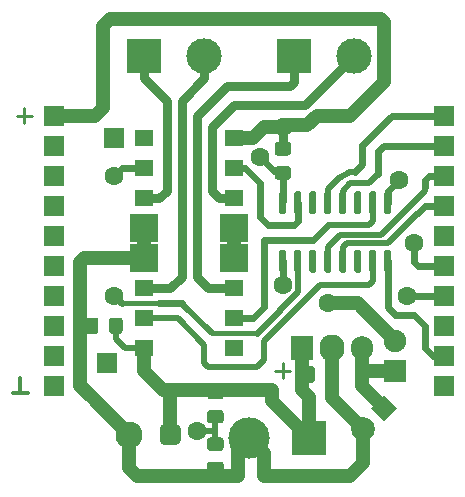
<source format=gbr>
G04 #@! TF.GenerationSoftware,KiCad,Pcbnew,(5.1.8)-1*
G04 #@! TF.CreationDate,2020-11-13T22:35:38+03:00*
G04 #@! TF.ProjectId,L293,4c323933-2e6b-4696-9361-645f70636258,rev?*
G04 #@! TF.SameCoordinates,Original*
G04 #@! TF.FileFunction,Copper,L2,Bot*
G04 #@! TF.FilePolarity,Positive*
%FSLAX46Y46*%
G04 Gerber Fmt 4.6, Leading zero omitted, Abs format (unit mm)*
G04 Created by KiCad (PCBNEW (5.1.8)-1) date 2020-11-13 22:35:38*
%MOMM*%
%LPD*%
G01*
G04 APERTURE LIST*
G04 #@! TA.AperFunction,ComponentPad*
%ADD10C,0.100000*%
G04 #@! TD*
G04 #@! TA.AperFunction,ComponentPad*
%ADD11C,2.000000*%
G04 #@! TD*
G04 #@! TA.AperFunction,ComponentPad*
%ADD12C,2.300000*%
G04 #@! TD*
G04 #@! TA.AperFunction,ComponentPad*
%ADD13R,1.700000X1.700000*%
G04 #@! TD*
G04 #@! TA.AperFunction,ComponentPad*
%ADD14R,3.000000X3.000000*%
G04 #@! TD*
G04 #@! TA.AperFunction,ComponentPad*
%ADD15C,3.500000*%
G04 #@! TD*
G04 #@! TA.AperFunction,ComponentPad*
%ADD16C,3.000000*%
G04 #@! TD*
G04 #@! TA.AperFunction,ComponentPad*
%ADD17R,1.600000X1.400000*%
G04 #@! TD*
G04 #@! TA.AperFunction,ComponentPad*
%ADD18R,2.400000X2.400000*%
G04 #@! TD*
G04 #@! TA.AperFunction,ComponentPad*
%ADD19R,1.900000X1.900000*%
G04 #@! TD*
G04 #@! TA.AperFunction,ComponentPad*
%ADD20O,1.900000X1.900000*%
G04 #@! TD*
G04 #@! TA.AperFunction,ComponentPad*
%ADD21R,1.905000X2.000000*%
G04 #@! TD*
G04 #@! TA.AperFunction,ComponentPad*
%ADD22O,2.100000X2.300000*%
G04 #@! TD*
G04 #@! TA.AperFunction,ComponentPad*
%ADD23O,1.905000X2.000000*%
G04 #@! TD*
G04 #@! TA.AperFunction,ViaPad*
%ADD24C,1.600000*%
G04 #@! TD*
G04 #@! TA.AperFunction,Conductor*
%ADD25C,0.250000*%
G04 #@! TD*
G04 #@! TA.AperFunction,Conductor*
%ADD26C,0.300000*%
G04 #@! TD*
G04 #@! TA.AperFunction,Conductor*
%ADD27C,1.200000*%
G04 #@! TD*
G04 #@! TA.AperFunction,Conductor*
%ADD28C,0.600000*%
G04 #@! TD*
G04 #@! TA.AperFunction,Conductor*
%ADD29C,0.800000*%
G04 #@! TD*
G04 #@! TA.AperFunction,Conductor*
%ADD30C,0.500000*%
G04 #@! TD*
G04 #@! TA.AperFunction,Conductor*
%ADD31C,0.400000*%
G04 #@! TD*
G04 APERTURE END LIST*
G04 #@! TA.AperFunction,ComponentPad*
D10*
G36*
X120650000Y-60463629D02*
G01*
X121781371Y-61595000D01*
X120650000Y-62726371D01*
X119518629Y-61595000D01*
X120650000Y-60463629D01*
G37*
G04 #@! TD.AperFunction*
D11*
X118882233Y-63362767D03*
D12*
X99052500Y-63817500D03*
G04 #@! TA.AperFunction,ComponentPad*
G36*
G01*
X103452500Y-63367500D02*
X103452500Y-64267500D01*
G75*
G02*
X103002500Y-64717500I-450000J0D01*
G01*
X102102500Y-64717500D01*
G75*
G02*
X101652500Y-64267500I0J450000D01*
G01*
X101652500Y-63367500D01*
G75*
G02*
X102102500Y-62917500I450000J0D01*
G01*
X103002500Y-62917500D01*
G75*
G02*
X103452500Y-63367500I0J-450000D01*
G01*
G37*
G04 #@! TD.AperFunction*
D13*
X125730000Y-59690000D03*
X125730000Y-57150000D03*
X125730000Y-54610000D03*
X125730000Y-52070000D03*
X125730000Y-49530000D03*
X125730000Y-46990000D03*
X125730000Y-44450000D03*
X125730000Y-41910000D03*
X125730000Y-39370000D03*
X125730000Y-36830000D03*
X92710000Y-39370000D03*
X92710000Y-41910000D03*
X92710000Y-44450000D03*
X92710000Y-46990000D03*
X92710000Y-49530000D03*
X92710000Y-52070000D03*
X92710000Y-54610000D03*
X92710000Y-57150000D03*
X92710000Y-36830000D03*
X92710000Y-59690000D03*
G04 #@! TA.AperFunction,SMDPad,CuDef*
G36*
G01*
X97360000Y-55060001D02*
X97360000Y-54159999D01*
G75*
G02*
X97609999Y-53910000I249999J0D01*
G01*
X98260001Y-53910000D01*
G75*
G02*
X98510000Y-54159999I0J-249999D01*
G01*
X98510000Y-55060001D01*
G75*
G02*
X98260001Y-55310000I-249999J0D01*
G01*
X97609999Y-55310000D01*
G75*
G02*
X97360000Y-55060001I0J249999D01*
G01*
G37*
G04 #@! TD.AperFunction*
G04 #@! TA.AperFunction,SMDPad,CuDef*
G36*
G01*
X95310000Y-55060001D02*
X95310000Y-54159999D01*
G75*
G02*
X95559999Y-53910000I249999J0D01*
G01*
X96210001Y-53910000D01*
G75*
G02*
X96460000Y-54159999I0J-249999D01*
G01*
X96460000Y-55060001D01*
G75*
G02*
X96210001Y-55310000I-249999J0D01*
G01*
X95559999Y-55310000D01*
G75*
G02*
X95310000Y-55060001I0J249999D01*
G01*
G37*
G04 #@! TD.AperFunction*
D14*
X114300000Y-64135000D03*
D15*
X109220000Y-64135000D03*
D16*
X105410000Y-31750000D03*
D14*
X100330000Y-31750000D03*
X113030000Y-31750000D03*
D16*
X118110000Y-31750000D03*
D17*
X100330000Y-38735000D03*
X107950000Y-56515000D03*
X100330000Y-41275000D03*
X107950000Y-53975000D03*
X100330000Y-43815000D03*
X107950000Y-51435000D03*
D18*
X100330000Y-46355000D03*
X107950000Y-48895000D03*
X100330000Y-48895000D03*
X107950000Y-46355000D03*
D17*
X100330000Y-51435000D03*
X107950000Y-43815000D03*
X100330000Y-53975000D03*
X107950000Y-41275000D03*
X100330000Y-56515000D03*
X107950000Y-38735000D03*
G04 #@! TA.AperFunction,SMDPad,CuDef*
G36*
G01*
X113652500Y-59187501D02*
X113652500Y-58287499D01*
G75*
G02*
X113902499Y-58037500I249999J0D01*
G01*
X114552501Y-58037500D01*
G75*
G02*
X114802500Y-58287499I0J-249999D01*
G01*
X114802500Y-59187501D01*
G75*
G02*
X114552501Y-59437500I-249999J0D01*
G01*
X113902499Y-59437500D01*
G75*
G02*
X113652500Y-59187501I0J249999D01*
G01*
G37*
G04 #@! TD.AperFunction*
G04 #@! TA.AperFunction,SMDPad,CuDef*
G36*
G01*
X115702500Y-59187501D02*
X115702500Y-58287499D01*
G75*
G02*
X115952499Y-58037500I249999J0D01*
G01*
X116602501Y-58037500D01*
G75*
G02*
X116852500Y-58287499I0J-249999D01*
G01*
X116852500Y-59187501D01*
G75*
G02*
X116602501Y-59437500I-249999J0D01*
G01*
X115952499Y-59437500D01*
G75*
G02*
X115702500Y-59187501I0J249999D01*
G01*
G37*
G04 #@! TD.AperFunction*
D19*
X121602500Y-58420000D03*
D20*
X121602500Y-55880000D03*
D21*
X113665000Y-56515000D03*
D22*
X116205000Y-56515000D03*
D23*
X118745000Y-56515000D03*
G04 #@! TA.AperFunction,SMDPad,CuDef*
G36*
G01*
X111627499Y-39040000D02*
X112527501Y-39040000D01*
G75*
G02*
X112777500Y-39289999I0J-249999D01*
G01*
X112777500Y-39940001D01*
G75*
G02*
X112527501Y-40190000I-249999J0D01*
G01*
X111627499Y-40190000D01*
G75*
G02*
X111377500Y-39940001I0J249999D01*
G01*
X111377500Y-39289999D01*
G75*
G02*
X111627499Y-39040000I249999J0D01*
G01*
G37*
G04 #@! TD.AperFunction*
G04 #@! TA.AperFunction,SMDPad,CuDef*
G36*
G01*
X111627499Y-41090000D02*
X112527501Y-41090000D01*
G75*
G02*
X112777500Y-41339999I0J-249999D01*
G01*
X112777500Y-41990001D01*
G75*
G02*
X112527501Y-42240000I-249999J0D01*
G01*
X111627499Y-42240000D01*
G75*
G02*
X111377500Y-41990001I0J249999D01*
G01*
X111377500Y-41339999D01*
G75*
G02*
X111627499Y-41090000I249999J0D01*
G01*
G37*
G04 #@! TD.AperFunction*
G04 #@! TA.AperFunction,SMDPad,CuDef*
G36*
G01*
X111927500Y-43222500D02*
X112227500Y-43222500D01*
G75*
G02*
X112377500Y-43372500I0J-150000D01*
G01*
X112377500Y-45022500D01*
G75*
G02*
X112227500Y-45172500I-150000J0D01*
G01*
X111927500Y-45172500D01*
G75*
G02*
X111777500Y-45022500I0J150000D01*
G01*
X111777500Y-43372500D01*
G75*
G02*
X111927500Y-43222500I150000J0D01*
G01*
G37*
G04 #@! TD.AperFunction*
G04 #@! TA.AperFunction,SMDPad,CuDef*
G36*
G01*
X113197500Y-43222500D02*
X113497500Y-43222500D01*
G75*
G02*
X113647500Y-43372500I0J-150000D01*
G01*
X113647500Y-45022500D01*
G75*
G02*
X113497500Y-45172500I-150000J0D01*
G01*
X113197500Y-45172500D01*
G75*
G02*
X113047500Y-45022500I0J150000D01*
G01*
X113047500Y-43372500D01*
G75*
G02*
X113197500Y-43222500I150000J0D01*
G01*
G37*
G04 #@! TD.AperFunction*
G04 #@! TA.AperFunction,SMDPad,CuDef*
G36*
G01*
X114467500Y-43222500D02*
X114767500Y-43222500D01*
G75*
G02*
X114917500Y-43372500I0J-150000D01*
G01*
X114917500Y-45022500D01*
G75*
G02*
X114767500Y-45172500I-150000J0D01*
G01*
X114467500Y-45172500D01*
G75*
G02*
X114317500Y-45022500I0J150000D01*
G01*
X114317500Y-43372500D01*
G75*
G02*
X114467500Y-43222500I150000J0D01*
G01*
G37*
G04 #@! TD.AperFunction*
G04 #@! TA.AperFunction,SMDPad,CuDef*
G36*
G01*
X115737500Y-43222500D02*
X116037500Y-43222500D01*
G75*
G02*
X116187500Y-43372500I0J-150000D01*
G01*
X116187500Y-45022500D01*
G75*
G02*
X116037500Y-45172500I-150000J0D01*
G01*
X115737500Y-45172500D01*
G75*
G02*
X115587500Y-45022500I0J150000D01*
G01*
X115587500Y-43372500D01*
G75*
G02*
X115737500Y-43222500I150000J0D01*
G01*
G37*
G04 #@! TD.AperFunction*
G04 #@! TA.AperFunction,SMDPad,CuDef*
G36*
G01*
X117007500Y-43222500D02*
X117307500Y-43222500D01*
G75*
G02*
X117457500Y-43372500I0J-150000D01*
G01*
X117457500Y-45022500D01*
G75*
G02*
X117307500Y-45172500I-150000J0D01*
G01*
X117007500Y-45172500D01*
G75*
G02*
X116857500Y-45022500I0J150000D01*
G01*
X116857500Y-43372500D01*
G75*
G02*
X117007500Y-43222500I150000J0D01*
G01*
G37*
G04 #@! TD.AperFunction*
G04 #@! TA.AperFunction,SMDPad,CuDef*
G36*
G01*
X118277500Y-43222500D02*
X118577500Y-43222500D01*
G75*
G02*
X118727500Y-43372500I0J-150000D01*
G01*
X118727500Y-45022500D01*
G75*
G02*
X118577500Y-45172500I-150000J0D01*
G01*
X118277500Y-45172500D01*
G75*
G02*
X118127500Y-45022500I0J150000D01*
G01*
X118127500Y-43372500D01*
G75*
G02*
X118277500Y-43222500I150000J0D01*
G01*
G37*
G04 #@! TD.AperFunction*
G04 #@! TA.AperFunction,SMDPad,CuDef*
G36*
G01*
X119547500Y-43222500D02*
X119847500Y-43222500D01*
G75*
G02*
X119997500Y-43372500I0J-150000D01*
G01*
X119997500Y-45022500D01*
G75*
G02*
X119847500Y-45172500I-150000J0D01*
G01*
X119547500Y-45172500D01*
G75*
G02*
X119397500Y-45022500I0J150000D01*
G01*
X119397500Y-43372500D01*
G75*
G02*
X119547500Y-43222500I150000J0D01*
G01*
G37*
G04 #@! TD.AperFunction*
G04 #@! TA.AperFunction,SMDPad,CuDef*
G36*
G01*
X120817500Y-43222500D02*
X121117500Y-43222500D01*
G75*
G02*
X121267500Y-43372500I0J-150000D01*
G01*
X121267500Y-45022500D01*
G75*
G02*
X121117500Y-45172500I-150000J0D01*
G01*
X120817500Y-45172500D01*
G75*
G02*
X120667500Y-45022500I0J150000D01*
G01*
X120667500Y-43372500D01*
G75*
G02*
X120817500Y-43222500I150000J0D01*
G01*
G37*
G04 #@! TD.AperFunction*
G04 #@! TA.AperFunction,SMDPad,CuDef*
G36*
G01*
X120817500Y-48172500D02*
X121117500Y-48172500D01*
G75*
G02*
X121267500Y-48322500I0J-150000D01*
G01*
X121267500Y-49972500D01*
G75*
G02*
X121117500Y-50122500I-150000J0D01*
G01*
X120817500Y-50122500D01*
G75*
G02*
X120667500Y-49972500I0J150000D01*
G01*
X120667500Y-48322500D01*
G75*
G02*
X120817500Y-48172500I150000J0D01*
G01*
G37*
G04 #@! TD.AperFunction*
G04 #@! TA.AperFunction,SMDPad,CuDef*
G36*
G01*
X119547500Y-48172500D02*
X119847500Y-48172500D01*
G75*
G02*
X119997500Y-48322500I0J-150000D01*
G01*
X119997500Y-49972500D01*
G75*
G02*
X119847500Y-50122500I-150000J0D01*
G01*
X119547500Y-50122500D01*
G75*
G02*
X119397500Y-49972500I0J150000D01*
G01*
X119397500Y-48322500D01*
G75*
G02*
X119547500Y-48172500I150000J0D01*
G01*
G37*
G04 #@! TD.AperFunction*
G04 #@! TA.AperFunction,SMDPad,CuDef*
G36*
G01*
X118277500Y-48172500D02*
X118577500Y-48172500D01*
G75*
G02*
X118727500Y-48322500I0J-150000D01*
G01*
X118727500Y-49972500D01*
G75*
G02*
X118577500Y-50122500I-150000J0D01*
G01*
X118277500Y-50122500D01*
G75*
G02*
X118127500Y-49972500I0J150000D01*
G01*
X118127500Y-48322500D01*
G75*
G02*
X118277500Y-48172500I150000J0D01*
G01*
G37*
G04 #@! TD.AperFunction*
G04 #@! TA.AperFunction,SMDPad,CuDef*
G36*
G01*
X117007500Y-48172500D02*
X117307500Y-48172500D01*
G75*
G02*
X117457500Y-48322500I0J-150000D01*
G01*
X117457500Y-49972500D01*
G75*
G02*
X117307500Y-50122500I-150000J0D01*
G01*
X117007500Y-50122500D01*
G75*
G02*
X116857500Y-49972500I0J150000D01*
G01*
X116857500Y-48322500D01*
G75*
G02*
X117007500Y-48172500I150000J0D01*
G01*
G37*
G04 #@! TD.AperFunction*
G04 #@! TA.AperFunction,SMDPad,CuDef*
G36*
G01*
X115737500Y-48172500D02*
X116037500Y-48172500D01*
G75*
G02*
X116187500Y-48322500I0J-150000D01*
G01*
X116187500Y-49972500D01*
G75*
G02*
X116037500Y-50122500I-150000J0D01*
G01*
X115737500Y-50122500D01*
G75*
G02*
X115587500Y-49972500I0J150000D01*
G01*
X115587500Y-48322500D01*
G75*
G02*
X115737500Y-48172500I150000J0D01*
G01*
G37*
G04 #@! TD.AperFunction*
G04 #@! TA.AperFunction,SMDPad,CuDef*
G36*
G01*
X114467500Y-48172500D02*
X114767500Y-48172500D01*
G75*
G02*
X114917500Y-48322500I0J-150000D01*
G01*
X114917500Y-49972500D01*
G75*
G02*
X114767500Y-50122500I-150000J0D01*
G01*
X114467500Y-50122500D01*
G75*
G02*
X114317500Y-49972500I0J150000D01*
G01*
X114317500Y-48322500D01*
G75*
G02*
X114467500Y-48172500I150000J0D01*
G01*
G37*
G04 #@! TD.AperFunction*
G04 #@! TA.AperFunction,SMDPad,CuDef*
G36*
G01*
X113197500Y-48172500D02*
X113497500Y-48172500D01*
G75*
G02*
X113647500Y-48322500I0J-150000D01*
G01*
X113647500Y-49972500D01*
G75*
G02*
X113497500Y-50122500I-150000J0D01*
G01*
X113197500Y-50122500D01*
G75*
G02*
X113047500Y-49972500I0J150000D01*
G01*
X113047500Y-48322500D01*
G75*
G02*
X113197500Y-48172500I150000J0D01*
G01*
G37*
G04 #@! TD.AperFunction*
G04 #@! TA.AperFunction,SMDPad,CuDef*
G36*
G01*
X111927500Y-48172500D02*
X112227500Y-48172500D01*
G75*
G02*
X112377500Y-48322500I0J-150000D01*
G01*
X112377500Y-49972500D01*
G75*
G02*
X112227500Y-50122500I-150000J0D01*
G01*
X111927500Y-50122500D01*
G75*
G02*
X111777500Y-49972500I0J150000D01*
G01*
X111777500Y-48322500D01*
G75*
G02*
X111927500Y-48172500I150000J0D01*
G01*
G37*
G04 #@! TD.AperFunction*
D13*
X97790000Y-38735000D03*
X97155000Y-57785000D03*
G04 #@! TA.AperFunction,SMDPad,CuDef*
G36*
G01*
X106812501Y-67250000D02*
X105912499Y-67250000D01*
G75*
G02*
X105662500Y-67000001I0J249999D01*
G01*
X105662500Y-66349999D01*
G75*
G02*
X105912499Y-66100000I249999J0D01*
G01*
X106812501Y-66100000D01*
G75*
G02*
X107062500Y-66349999I0J-249999D01*
G01*
X107062500Y-67000001D01*
G75*
G02*
X106812501Y-67250000I-249999J0D01*
G01*
G37*
G04 #@! TD.AperFunction*
G04 #@! TA.AperFunction,SMDPad,CuDef*
G36*
G01*
X106812501Y-65200000D02*
X105912499Y-65200000D01*
G75*
G02*
X105662500Y-64950001I0J249999D01*
G01*
X105662500Y-64299999D01*
G75*
G02*
X105912499Y-64050000I249999J0D01*
G01*
X106812501Y-64050000D01*
G75*
G02*
X107062500Y-64299999I0J-249999D01*
G01*
X107062500Y-64950001D01*
G75*
G02*
X106812501Y-65200000I-249999J0D01*
G01*
G37*
G04 #@! TD.AperFunction*
G04 #@! TA.AperFunction,SMDPad,CuDef*
G36*
G01*
X105912499Y-61727500D02*
X106812501Y-61727500D01*
G75*
G02*
X107062500Y-61977499I0J-249999D01*
G01*
X107062500Y-62627501D01*
G75*
G02*
X106812501Y-62877500I-249999J0D01*
G01*
X105912499Y-62877500D01*
G75*
G02*
X105662500Y-62627501I0J249999D01*
G01*
X105662500Y-61977499D01*
G75*
G02*
X105912499Y-61727500I249999J0D01*
G01*
G37*
G04 #@! TD.AperFunction*
G04 #@! TA.AperFunction,SMDPad,CuDef*
G36*
G01*
X105912499Y-59677500D02*
X106812501Y-59677500D01*
G75*
G02*
X107062500Y-59927499I0J-249999D01*
G01*
X107062500Y-60577501D01*
G75*
G02*
X106812501Y-60827500I-249999J0D01*
G01*
X105912499Y-60827500D01*
G75*
G02*
X105662500Y-60577501I0J249999D01*
G01*
X105662500Y-59927499D01*
G75*
G02*
X105912499Y-59677500I249999J0D01*
G01*
G37*
G04 #@! TD.AperFunction*
D24*
X112077500Y-51117500D03*
X115887500Y-52705000D03*
X112077500Y-37782500D03*
X121920000Y-42227500D03*
X123190000Y-47625000D03*
X122555000Y-52070000D03*
X97790000Y-41910000D03*
X97790000Y-52070000D03*
X104775000Y-63500000D03*
X110172500Y-40322500D03*
D25*
X112077500Y-59055000D02*
X112077500Y-57785000D01*
X111442500Y-58420000D02*
X112712500Y-58420000D01*
X90170000Y-37465000D02*
X90170000Y-36195000D01*
X89535000Y-36830000D02*
X90805000Y-36830000D01*
D26*
X90487500Y-60325000D02*
X89217500Y-60325000D01*
X89852500Y-59055000D02*
X89852500Y-60325000D01*
D27*
X96202500Y-36830000D02*
X96837500Y-36195000D01*
X92710000Y-36830000D02*
X96202500Y-36830000D01*
X117792500Y-36830000D02*
X114935000Y-36830000D01*
X120650000Y-33972500D02*
X117792500Y-36830000D01*
X120650000Y-28892500D02*
X120650000Y-33972500D01*
X120372510Y-28615010D02*
X120650000Y-28892500D01*
X96837500Y-29210000D02*
X97432490Y-28615010D01*
X97432490Y-28615010D02*
X120372510Y-28615010D01*
X96837500Y-36195000D02*
X96837500Y-29210000D01*
D28*
X112077500Y-49147500D02*
X112077500Y-51117500D01*
X112077500Y-51117500D02*
X112077500Y-51117500D01*
D27*
X121602500Y-55880000D02*
X118427500Y-52705000D01*
X118427500Y-52705000D02*
X115887500Y-52705000D01*
D29*
X112236250Y-37623750D02*
X112077500Y-37782500D01*
D27*
X114141250Y-37623750D02*
X112236250Y-37623750D01*
X114935000Y-36830000D02*
X114141250Y-37623750D01*
X112077500Y-37782500D02*
X110490000Y-37782500D01*
X110490000Y-37782500D02*
X109537500Y-38735000D01*
X109537500Y-38735000D02*
X107950000Y-38735000D01*
D29*
X112077500Y-39615000D02*
X112077500Y-37782500D01*
D27*
X100330000Y-46355000D02*
X100330000Y-48895000D01*
X107950000Y-46355000D02*
X107950000Y-48895000D01*
D29*
X116277500Y-55952500D02*
X116205000Y-55880000D01*
D27*
X116277500Y-56587500D02*
X116205000Y-56515000D01*
X116277500Y-58737500D02*
X116277500Y-56587500D01*
X118882233Y-66220267D02*
X118882233Y-63362767D01*
X117792500Y-67310000D02*
X118882233Y-66220267D01*
X116277500Y-60758034D02*
X118882233Y-63362767D01*
X116277500Y-58737500D02*
X116277500Y-60758034D01*
D28*
X120967500Y-44197500D02*
X120967500Y-43180000D01*
X120967500Y-43180000D02*
X121920000Y-42227500D01*
X121920000Y-42227500D02*
X121920000Y-42227500D01*
D27*
X95885000Y-60650000D02*
X98735000Y-63500000D01*
X99060000Y-66675000D02*
X99060000Y-63825000D01*
X94932500Y-49212500D02*
X94932500Y-59690000D01*
X95250000Y-48895000D02*
X94932500Y-49212500D01*
X100330000Y-48895000D02*
X95250000Y-48895000D01*
X95885000Y-60642500D02*
X94932500Y-59690000D01*
D30*
X95885000Y-54610000D02*
X94932500Y-54610000D01*
X106362500Y-66675000D02*
X106362500Y-67310000D01*
D27*
X109220000Y-64135000D02*
X108267500Y-65087500D01*
X108267500Y-65087500D02*
X108267500Y-67310000D01*
X108267500Y-67310000D02*
X99702500Y-67310000D01*
X109220000Y-64135000D02*
X110490000Y-65405000D01*
X110490000Y-65405000D02*
X110490000Y-67310000D01*
X110490000Y-67310000D02*
X117792500Y-67310000D01*
X99067500Y-66675000D02*
X99702500Y-67310000D01*
X99060000Y-66675000D02*
X99067500Y-66675000D01*
D29*
X113665000Y-58737500D02*
X114300000Y-58737500D01*
D27*
X113665000Y-56515000D02*
X113665000Y-60007500D01*
X114300000Y-60642500D02*
X114300000Y-64135000D01*
X113665000Y-60007500D02*
X114300000Y-60642500D01*
X102552500Y-63500000D02*
X102552500Y-60007500D01*
D30*
X97935000Y-55707500D02*
X97935000Y-54610000D01*
X98742500Y-56515000D02*
X97935000Y-55707500D01*
X100330000Y-56515000D02*
X98742500Y-56515000D01*
D27*
X100330000Y-58420000D02*
X101917500Y-60007500D01*
X100330000Y-56515000D02*
X100330000Y-58420000D01*
X111125000Y-60960000D02*
X114300000Y-64135000D01*
X111125000Y-60007500D02*
X111125000Y-60960000D01*
X101917500Y-60007500D02*
X111125000Y-60007500D01*
D29*
X103505000Y-50482500D02*
X103505000Y-35560000D01*
X103505000Y-35560000D02*
X105410000Y-33655000D01*
X105410000Y-33655000D02*
X105410000Y-31750000D01*
X103505000Y-50482500D02*
X102552500Y-51435000D01*
X102552500Y-51435000D02*
X100330000Y-51435000D01*
X100330000Y-43815000D02*
X101600000Y-43815000D01*
X101600000Y-43815000D02*
X102235000Y-43180000D01*
X102235000Y-43180000D02*
X102235000Y-35560000D01*
X102235000Y-35560000D02*
X100330000Y-33655000D01*
X100330000Y-33655000D02*
X100330000Y-31750000D01*
X113030000Y-33972500D02*
X113030000Y-33020000D01*
X105727500Y-51435000D02*
X104775000Y-50482500D01*
X107950000Y-51435000D02*
X105727500Y-51435000D01*
X104775000Y-50482500D02*
X104775000Y-36830000D01*
X104775000Y-36830000D02*
X107315000Y-34290000D01*
X107315000Y-34290000D02*
X112712500Y-34290000D01*
X112712500Y-34290000D02*
X113030000Y-33972500D01*
X106045000Y-43180000D02*
X106680000Y-43815000D01*
X106045000Y-37782500D02*
X106045000Y-43180000D01*
X107950000Y-35877500D02*
X106045000Y-37782500D01*
X106680000Y-43815000D02*
X107950000Y-43815000D01*
X113982500Y-35877500D02*
X107950000Y-35877500D01*
X118110000Y-31750000D02*
X113982500Y-35877500D01*
D27*
X118745000Y-59690000D02*
X120650000Y-61595000D01*
X118745000Y-56515000D02*
X118745000Y-59690000D01*
X121602500Y-58420000D02*
X118745000Y-58420000D01*
D28*
X123507500Y-49530000D02*
X125730000Y-49530000D01*
X123190000Y-49212500D02*
X123507500Y-49530000D01*
X123190000Y-47625000D02*
X123190000Y-49212500D01*
X122872500Y-52070000D02*
X122872500Y-52070000D01*
X125730000Y-52070000D02*
X122555000Y-52070000D01*
X124142500Y-42227500D02*
X124460000Y-41910000D01*
X125730000Y-41910000D02*
X124460000Y-41910000D01*
X124142500Y-42862500D02*
X124142500Y-42227500D01*
D30*
X124142500Y-43180000D02*
X124142500Y-42862500D01*
X116905010Y-46924990D02*
X120397510Y-46924990D01*
X120397510Y-46924990D02*
X124142500Y-43180000D01*
X115887500Y-47942500D02*
X116905010Y-46924990D01*
X115887500Y-49147500D02*
X115887500Y-47942500D01*
D28*
X124142500Y-44450000D02*
X125730000Y-44450000D01*
X123507500Y-45085000D02*
X124142500Y-44450000D01*
D30*
X117157500Y-49147500D02*
X117157500Y-47942500D01*
X117157500Y-47942500D02*
X117475000Y-47625000D01*
X117475000Y-47625000D02*
X120967500Y-47625000D01*
X120967500Y-47625000D02*
X121920000Y-46672500D01*
X121920000Y-46672500D02*
X123507500Y-45085000D01*
X117157500Y-44197500D02*
X117157500Y-43180000D01*
X117157500Y-43180000D02*
X117792500Y-42545000D01*
X117792500Y-42545000D02*
X119380000Y-42545000D01*
D28*
X125730000Y-39370000D02*
X122555000Y-39370000D01*
X120173750Y-41751250D02*
X120173750Y-39846250D01*
D30*
X119380000Y-42545000D02*
X120173750Y-41751250D01*
D28*
X120650000Y-39370000D02*
X122555000Y-39370000D01*
X120173750Y-39846250D02*
X120650000Y-39370000D01*
D30*
X115887500Y-44197500D02*
X115887500Y-43007501D01*
X115887500Y-43007501D02*
X116840000Y-42055001D01*
X116840000Y-42055001D02*
X117758001Y-41558001D01*
D28*
X125730000Y-36830000D02*
X123507500Y-36830000D01*
X121285000Y-36830000D02*
X123507500Y-36830000D01*
X118779499Y-39335501D02*
X121285000Y-36830000D01*
X118144499Y-41558001D02*
X118779499Y-40923001D01*
X118779499Y-40923001D02*
X118779499Y-39335501D01*
D30*
X117758001Y-41558001D02*
X118144499Y-41558001D01*
D28*
X124777500Y-57150000D02*
X125730000Y-57150000D01*
X124142500Y-56515000D02*
X124777500Y-57150000D01*
X120967500Y-53022500D02*
X121602500Y-53657500D01*
X120967500Y-49147500D02*
X120967500Y-53022500D01*
X123190000Y-53657500D02*
X124142500Y-54610000D01*
X124142500Y-54610000D02*
X124142500Y-56515000D01*
X121602500Y-53657500D02*
X123190000Y-53657500D01*
X113347500Y-45720000D02*
X113347500Y-44197500D01*
X113030000Y-46037500D02*
X113347500Y-45720000D01*
X110807500Y-46037500D02*
X113030000Y-46037500D01*
X110172500Y-45402500D02*
X110807500Y-46037500D01*
X108902500Y-41275000D02*
X110172500Y-42545000D01*
X110172500Y-42545000D02*
X110172500Y-45402500D01*
X107950000Y-41275000D02*
X108902500Y-41275000D01*
X109537500Y-53975000D02*
X110490000Y-53022500D01*
X107950000Y-53975000D02*
X109537500Y-53975000D01*
X110490000Y-53022500D02*
X110490000Y-47307500D01*
D30*
X119697500Y-45720000D02*
X119697500Y-44197500D01*
X119380000Y-46037500D02*
X119697500Y-45720000D01*
D28*
X115887500Y-46037500D02*
X114617500Y-47307500D01*
D30*
X115887500Y-46037500D02*
X119380000Y-46037500D01*
D28*
X114617500Y-47307500D02*
X110490000Y-47307500D01*
D30*
X119380000Y-51117500D02*
X119697500Y-50800000D01*
X119697500Y-50800000D02*
X119697500Y-49147500D01*
X110490000Y-55880000D02*
X115252500Y-51117500D01*
X109855000Y-58102500D02*
X110490000Y-57467500D01*
X105727500Y-58102500D02*
X109855000Y-58102500D01*
X105410000Y-57785000D02*
X105727500Y-58102500D01*
X115252500Y-51117500D02*
X119380000Y-51117500D01*
X110490000Y-57467500D02*
X110490000Y-55880000D01*
X105410000Y-56197500D02*
X105410000Y-57785000D01*
X103187500Y-53975000D02*
X105410000Y-56197500D01*
X100330000Y-53975000D02*
X103187500Y-53975000D01*
D28*
X109855000Y-55245000D02*
X111760000Y-53340000D01*
D31*
X106045000Y-55245000D02*
X109855000Y-55245000D01*
D28*
X100330000Y-41275000D02*
X98425000Y-41275000D01*
X98425000Y-41275000D02*
X97790000Y-41910000D01*
X97790000Y-52070000D02*
X97790000Y-52070000D01*
X101600000Y-52705000D02*
X103555800Y-52705000D01*
D31*
X98475800Y-52705000D02*
X101600000Y-52705000D01*
D30*
X103555800Y-52755800D02*
X106045000Y-55245000D01*
X103555800Y-52705000D02*
X103555800Y-52755800D01*
X113347500Y-51752500D02*
X111760000Y-53340000D01*
X113347500Y-49147500D02*
X113347500Y-51752500D01*
D28*
X97790000Y-41910000D02*
X97790000Y-41910000D01*
X97790000Y-52070000D02*
X98425000Y-52705000D01*
D30*
X97472500Y-58102500D02*
X97155000Y-57785000D01*
X106362500Y-62302500D02*
X106362500Y-64625000D01*
X104775000Y-63500000D02*
X106362500Y-63500000D01*
D28*
X112077500Y-41910000D02*
X112077500Y-44052500D01*
D30*
X111515000Y-41665000D02*
X110172500Y-40322500D01*
X112077500Y-41665000D02*
X111515000Y-41665000D01*
M02*

</source>
